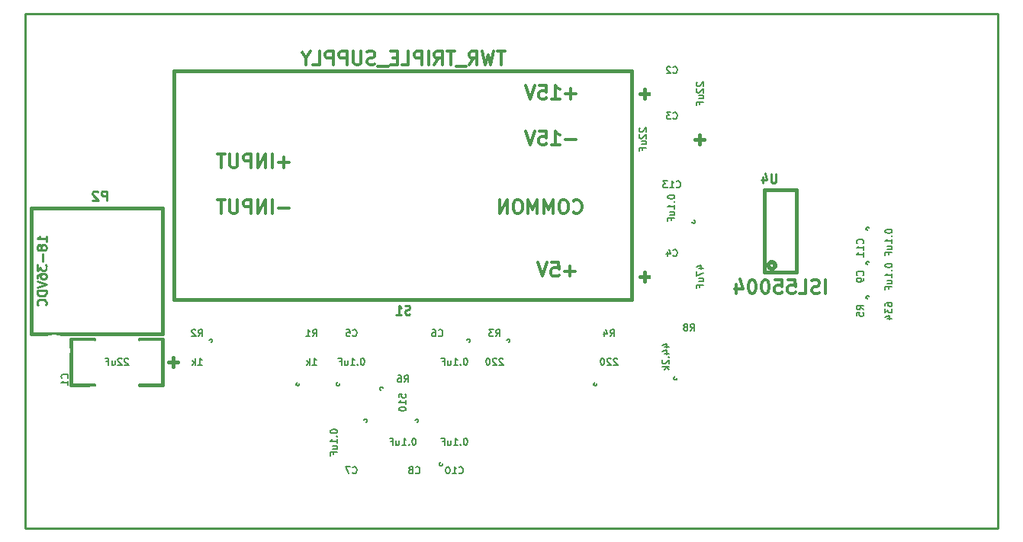
<source format=gbo>
G04 (created by PCBNEW-RS274X (2011-05-25)-stable) date Fri 04 Oct 2013 02:44:26 PM EDT*
G01*
G70*
G90*
%MOIN*%
G04 Gerber Fmt 3.4, Leading zero omitted, Abs format*
%FSLAX34Y34*%
G04 APERTURE LIST*
%ADD10C,0.006000*%
%ADD11C,0.009000*%
%ADD12C,0.005000*%
%ADD13C,0.015000*%
%ADD14C,0.010000*%
%ADD15C,0.012000*%
%ADD16C,0.127000*%
%ADD17C,0.076000*%
%ADD18R,0.076000X0.076000*%
%ADD19C,0.180000*%
%ADD20R,0.120000X0.070000*%
%ADD21C,0.080000*%
%ADD22R,0.070000X0.120000*%
%ADD23C,0.220000*%
%ADD24C,0.100000*%
%ADD25C,0.096000*%
%ADD26C,0.160000*%
%ADD27C,0.140000*%
%ADD28R,0.085000X0.085000*%
%ADD29C,0.085000*%
%ADD30C,0.093000*%
%ADD31R,0.093000X0.093000*%
%ADD32R,0.095000X0.190000*%
%ADD33C,0.155000*%
%ADD34R,0.080000X0.045000*%
G04 APERTURE END LIST*
G54D10*
G54D11*
X29500Y-30500D02*
X29500Y-53000D01*
X72000Y-30500D02*
X29500Y-30500D01*
X72000Y-53000D02*
X72000Y-30500D01*
X29500Y-53000D02*
X72000Y-53000D01*
G54D12*
X48920Y-44800D02*
X48918Y-44813D01*
X48914Y-44826D01*
X48908Y-44838D01*
X48899Y-44849D01*
X48889Y-44858D01*
X48877Y-44864D01*
X48864Y-44868D01*
X48850Y-44869D01*
X48837Y-44868D01*
X48824Y-44864D01*
X48812Y-44858D01*
X48802Y-44850D01*
X48793Y-44839D01*
X48786Y-44827D01*
X48782Y-44814D01*
X48781Y-44800D01*
X48782Y-44788D01*
X48785Y-44775D01*
X48792Y-44763D01*
X48800Y-44752D01*
X48811Y-44743D01*
X48822Y-44736D01*
X48835Y-44732D01*
X48849Y-44731D01*
X48862Y-44732D01*
X48875Y-44735D01*
X48887Y-44741D01*
X48898Y-44750D01*
X48907Y-44760D01*
X48913Y-44772D01*
X48918Y-44785D01*
X48919Y-44799D01*
X48920Y-44800D01*
X47700Y-45450D02*
X47700Y-44850D01*
X47700Y-44850D02*
X48800Y-44850D01*
X48800Y-44850D02*
X48800Y-45450D01*
X48800Y-46050D02*
X48800Y-46650D01*
X48800Y-46650D02*
X47700Y-46650D01*
X47700Y-46650D02*
X47700Y-46050D01*
X43220Y-46700D02*
X43218Y-46713D01*
X43214Y-46726D01*
X43208Y-46738D01*
X43199Y-46749D01*
X43189Y-46758D01*
X43177Y-46764D01*
X43164Y-46768D01*
X43150Y-46769D01*
X43137Y-46768D01*
X43124Y-46764D01*
X43112Y-46758D01*
X43102Y-46750D01*
X43093Y-46739D01*
X43086Y-46727D01*
X43082Y-46714D01*
X43081Y-46700D01*
X43082Y-46688D01*
X43085Y-46675D01*
X43092Y-46663D01*
X43100Y-46652D01*
X43111Y-46643D01*
X43122Y-46636D01*
X43135Y-46632D01*
X43149Y-46631D01*
X43162Y-46632D01*
X43175Y-46635D01*
X43187Y-46641D01*
X43198Y-46650D01*
X43207Y-46660D01*
X43213Y-46672D01*
X43218Y-46685D01*
X43219Y-46699D01*
X43220Y-46700D01*
X44300Y-46050D02*
X44300Y-46650D01*
X44300Y-46650D02*
X43200Y-46650D01*
X43200Y-46650D02*
X43200Y-46050D01*
X43200Y-45450D02*
X43200Y-44850D01*
X43200Y-44850D02*
X44300Y-44850D01*
X44300Y-44850D02*
X44300Y-45450D01*
X41470Y-46700D02*
X41468Y-46713D01*
X41464Y-46726D01*
X41458Y-46738D01*
X41449Y-46749D01*
X41439Y-46758D01*
X41427Y-46764D01*
X41414Y-46768D01*
X41400Y-46769D01*
X41387Y-46768D01*
X41374Y-46764D01*
X41362Y-46758D01*
X41352Y-46750D01*
X41343Y-46739D01*
X41336Y-46727D01*
X41332Y-46714D01*
X41331Y-46700D01*
X41332Y-46688D01*
X41335Y-46675D01*
X41342Y-46663D01*
X41350Y-46652D01*
X41361Y-46643D01*
X41372Y-46636D01*
X41385Y-46632D01*
X41399Y-46631D01*
X41412Y-46632D01*
X41425Y-46635D01*
X41437Y-46641D01*
X41448Y-46650D01*
X41457Y-46660D01*
X41463Y-46672D01*
X41468Y-46685D01*
X41469Y-46699D01*
X41470Y-46700D01*
X42550Y-46050D02*
X42550Y-46650D01*
X42550Y-46650D02*
X41450Y-46650D01*
X41450Y-46650D02*
X41450Y-46050D01*
X41450Y-45450D02*
X41450Y-44850D01*
X41450Y-44850D02*
X42550Y-44850D01*
X42550Y-44850D02*
X42550Y-45450D01*
X44420Y-48300D02*
X44418Y-48313D01*
X44414Y-48326D01*
X44408Y-48338D01*
X44399Y-48349D01*
X44389Y-48358D01*
X44377Y-48364D01*
X44364Y-48368D01*
X44350Y-48369D01*
X44337Y-48368D01*
X44324Y-48364D01*
X44312Y-48358D01*
X44302Y-48350D01*
X44293Y-48339D01*
X44286Y-48327D01*
X44282Y-48314D01*
X44281Y-48300D01*
X44282Y-48288D01*
X44285Y-48275D01*
X44292Y-48263D01*
X44300Y-48252D01*
X44311Y-48243D01*
X44322Y-48236D01*
X44335Y-48232D01*
X44349Y-48231D01*
X44362Y-48232D01*
X44375Y-48235D01*
X44387Y-48241D01*
X44398Y-48250D01*
X44407Y-48260D01*
X44413Y-48272D01*
X44418Y-48285D01*
X44419Y-48299D01*
X44420Y-48300D01*
X43200Y-48950D02*
X43200Y-48350D01*
X43200Y-48350D02*
X44300Y-48350D01*
X44300Y-48350D02*
X44300Y-48950D01*
X44300Y-49550D02*
X44300Y-50150D01*
X44300Y-50150D02*
X43200Y-50150D01*
X43200Y-50150D02*
X43200Y-49550D01*
X66370Y-42900D02*
X66368Y-42913D01*
X66364Y-42926D01*
X66358Y-42938D01*
X66349Y-42949D01*
X66339Y-42958D01*
X66327Y-42964D01*
X66314Y-42968D01*
X66300Y-42969D01*
X66287Y-42968D01*
X66274Y-42964D01*
X66262Y-42958D01*
X66252Y-42950D01*
X66243Y-42939D01*
X66236Y-42927D01*
X66232Y-42914D01*
X66231Y-42900D01*
X66232Y-42888D01*
X66235Y-42875D01*
X66242Y-42863D01*
X66250Y-42852D01*
X66261Y-42843D01*
X66272Y-42836D01*
X66285Y-42832D01*
X66299Y-42831D01*
X66312Y-42832D01*
X66325Y-42835D01*
X66337Y-42841D01*
X66348Y-42850D01*
X66357Y-42860D01*
X66363Y-42872D01*
X66368Y-42885D01*
X66369Y-42899D01*
X66370Y-42900D01*
X66950Y-44050D02*
X66350Y-44050D01*
X66350Y-44050D02*
X66350Y-42950D01*
X66350Y-42950D02*
X66950Y-42950D01*
X67550Y-42950D02*
X68150Y-42950D01*
X68150Y-42950D02*
X68150Y-44050D01*
X68150Y-44050D02*
X67550Y-44050D01*
X57970Y-46450D02*
X57968Y-46463D01*
X57964Y-46476D01*
X57958Y-46488D01*
X57949Y-46499D01*
X57939Y-46508D01*
X57927Y-46514D01*
X57914Y-46518D01*
X57900Y-46519D01*
X57887Y-46518D01*
X57874Y-46514D01*
X57862Y-46508D01*
X57852Y-46500D01*
X57843Y-46489D01*
X57836Y-46477D01*
X57832Y-46464D01*
X57831Y-46450D01*
X57832Y-46438D01*
X57835Y-46425D01*
X57842Y-46413D01*
X57850Y-46402D01*
X57861Y-46393D01*
X57872Y-46386D01*
X57885Y-46382D01*
X57899Y-46381D01*
X57912Y-46382D01*
X57925Y-46385D01*
X57937Y-46391D01*
X57948Y-46400D01*
X57957Y-46410D01*
X57963Y-46422D01*
X57968Y-46435D01*
X57969Y-46449D01*
X57970Y-46450D01*
X59050Y-45800D02*
X59050Y-46400D01*
X59050Y-46400D02*
X57950Y-46400D01*
X57950Y-46400D02*
X57950Y-45800D01*
X57950Y-45200D02*
X57950Y-44600D01*
X57950Y-44600D02*
X59050Y-44600D01*
X59050Y-44600D02*
X59050Y-45200D01*
X45120Y-46900D02*
X45118Y-46913D01*
X45114Y-46926D01*
X45108Y-46938D01*
X45099Y-46949D01*
X45089Y-46958D01*
X45077Y-46964D01*
X45064Y-46968D01*
X45050Y-46969D01*
X45037Y-46968D01*
X45024Y-46964D01*
X45012Y-46958D01*
X45002Y-46950D01*
X44993Y-46939D01*
X44986Y-46927D01*
X44982Y-46914D01*
X44981Y-46900D01*
X44982Y-46888D01*
X44985Y-46875D01*
X44992Y-46863D01*
X45000Y-46852D01*
X45011Y-46843D01*
X45022Y-46836D01*
X45035Y-46832D01*
X45049Y-46831D01*
X45062Y-46832D01*
X45075Y-46835D01*
X45087Y-46841D01*
X45098Y-46850D01*
X45107Y-46860D01*
X45113Y-46872D01*
X45118Y-46885D01*
X45119Y-46899D01*
X45120Y-46900D01*
X45700Y-48050D02*
X45100Y-48050D01*
X45100Y-48050D02*
X45100Y-46950D01*
X45100Y-46950D02*
X45700Y-46950D01*
X46300Y-46950D02*
X46900Y-46950D01*
X46900Y-46950D02*
X46900Y-48050D01*
X46900Y-48050D02*
X46300Y-48050D01*
X46670Y-48300D02*
X46668Y-48313D01*
X46664Y-48326D01*
X46658Y-48338D01*
X46649Y-48349D01*
X46639Y-48358D01*
X46627Y-48364D01*
X46614Y-48368D01*
X46600Y-48369D01*
X46587Y-48368D01*
X46574Y-48364D01*
X46562Y-48358D01*
X46552Y-48350D01*
X46543Y-48339D01*
X46536Y-48327D01*
X46532Y-48314D01*
X46531Y-48300D01*
X46532Y-48288D01*
X46535Y-48275D01*
X46542Y-48263D01*
X46550Y-48252D01*
X46561Y-48243D01*
X46572Y-48236D01*
X46585Y-48232D01*
X46599Y-48231D01*
X46612Y-48232D01*
X46625Y-48235D01*
X46637Y-48241D01*
X46648Y-48250D01*
X46657Y-48260D01*
X46663Y-48272D01*
X46668Y-48285D01*
X46669Y-48299D01*
X46670Y-48300D01*
X45450Y-48950D02*
X45450Y-48350D01*
X45450Y-48350D02*
X46550Y-48350D01*
X46550Y-48350D02*
X46550Y-48950D01*
X46550Y-49550D02*
X46550Y-50150D01*
X46550Y-50150D02*
X45450Y-50150D01*
X45450Y-50150D02*
X45450Y-49550D01*
X54470Y-46700D02*
X54468Y-46713D01*
X54464Y-46726D01*
X54458Y-46738D01*
X54449Y-46749D01*
X54439Y-46758D01*
X54427Y-46764D01*
X54414Y-46768D01*
X54400Y-46769D01*
X54387Y-46768D01*
X54374Y-46764D01*
X54362Y-46758D01*
X54352Y-46750D01*
X54343Y-46739D01*
X54336Y-46727D01*
X54332Y-46714D01*
X54331Y-46700D01*
X54332Y-46688D01*
X54335Y-46675D01*
X54342Y-46663D01*
X54350Y-46652D01*
X54361Y-46643D01*
X54372Y-46636D01*
X54385Y-46632D01*
X54399Y-46631D01*
X54412Y-46632D01*
X54425Y-46635D01*
X54437Y-46641D01*
X54448Y-46650D01*
X54457Y-46660D01*
X54463Y-46672D01*
X54468Y-46685D01*
X54469Y-46699D01*
X54470Y-46700D01*
X55550Y-46050D02*
X55550Y-46650D01*
X55550Y-46650D02*
X54450Y-46650D01*
X54450Y-46650D02*
X54450Y-46050D01*
X54450Y-45450D02*
X54450Y-44850D01*
X54450Y-44850D02*
X55550Y-44850D01*
X55550Y-44850D02*
X55550Y-45450D01*
X50670Y-44800D02*
X50668Y-44813D01*
X50664Y-44826D01*
X50658Y-44838D01*
X50649Y-44849D01*
X50639Y-44858D01*
X50627Y-44864D01*
X50614Y-44868D01*
X50600Y-44869D01*
X50587Y-44868D01*
X50574Y-44864D01*
X50562Y-44858D01*
X50552Y-44850D01*
X50543Y-44839D01*
X50536Y-44827D01*
X50532Y-44814D01*
X50531Y-44800D01*
X50532Y-44788D01*
X50535Y-44775D01*
X50542Y-44763D01*
X50550Y-44752D01*
X50561Y-44743D01*
X50572Y-44736D01*
X50585Y-44732D01*
X50599Y-44731D01*
X50612Y-44732D01*
X50625Y-44735D01*
X50637Y-44741D01*
X50648Y-44750D01*
X50657Y-44760D01*
X50663Y-44772D01*
X50668Y-44785D01*
X50669Y-44799D01*
X50670Y-44800D01*
X49450Y-45450D02*
X49450Y-44850D01*
X49450Y-44850D02*
X50550Y-44850D01*
X50550Y-44850D02*
X50550Y-45450D01*
X50550Y-46050D02*
X50550Y-46650D01*
X50550Y-46650D02*
X49450Y-46650D01*
X49450Y-46650D02*
X49450Y-46050D01*
X37670Y-44800D02*
X37668Y-44813D01*
X37664Y-44826D01*
X37658Y-44838D01*
X37649Y-44849D01*
X37639Y-44858D01*
X37627Y-44864D01*
X37614Y-44868D01*
X37600Y-44869D01*
X37587Y-44868D01*
X37574Y-44864D01*
X37562Y-44858D01*
X37552Y-44850D01*
X37543Y-44839D01*
X37536Y-44827D01*
X37532Y-44814D01*
X37531Y-44800D01*
X37532Y-44788D01*
X37535Y-44775D01*
X37542Y-44763D01*
X37550Y-44752D01*
X37561Y-44743D01*
X37572Y-44736D01*
X37585Y-44732D01*
X37599Y-44731D01*
X37612Y-44732D01*
X37625Y-44735D01*
X37637Y-44741D01*
X37648Y-44750D01*
X37657Y-44760D01*
X37663Y-44772D01*
X37668Y-44785D01*
X37669Y-44799D01*
X37670Y-44800D01*
X36450Y-45450D02*
X36450Y-44850D01*
X36450Y-44850D02*
X37550Y-44850D01*
X37550Y-44850D02*
X37550Y-45450D01*
X37550Y-46050D02*
X37550Y-46650D01*
X37550Y-46650D02*
X36450Y-46650D01*
X36450Y-46650D02*
X36450Y-46050D01*
X58770Y-39600D02*
X58768Y-39613D01*
X58764Y-39626D01*
X58758Y-39638D01*
X58749Y-39649D01*
X58739Y-39658D01*
X58727Y-39664D01*
X58714Y-39668D01*
X58700Y-39669D01*
X58687Y-39668D01*
X58674Y-39664D01*
X58662Y-39658D01*
X58652Y-39650D01*
X58643Y-39639D01*
X58636Y-39627D01*
X58632Y-39614D01*
X58631Y-39600D01*
X58632Y-39588D01*
X58635Y-39575D01*
X58642Y-39563D01*
X58650Y-39552D01*
X58661Y-39543D01*
X58672Y-39536D01*
X58685Y-39532D01*
X58699Y-39531D01*
X58712Y-39532D01*
X58725Y-39535D01*
X58737Y-39541D01*
X58748Y-39550D01*
X58757Y-39560D01*
X58763Y-39572D01*
X58768Y-39585D01*
X58769Y-39599D01*
X58770Y-39600D01*
X58050Y-38450D02*
X58650Y-38450D01*
X58650Y-38450D02*
X58650Y-39550D01*
X58650Y-39550D02*
X58050Y-39550D01*
X57450Y-39550D02*
X56850Y-39550D01*
X56850Y-39550D02*
X56850Y-38450D01*
X56850Y-38450D02*
X57450Y-38450D01*
X66370Y-39900D02*
X66368Y-39913D01*
X66364Y-39926D01*
X66358Y-39938D01*
X66349Y-39949D01*
X66339Y-39958D01*
X66327Y-39964D01*
X66314Y-39968D01*
X66300Y-39969D01*
X66287Y-39968D01*
X66274Y-39964D01*
X66262Y-39958D01*
X66252Y-39950D01*
X66243Y-39939D01*
X66236Y-39927D01*
X66232Y-39914D01*
X66231Y-39900D01*
X66232Y-39888D01*
X66235Y-39875D01*
X66242Y-39863D01*
X66250Y-39852D01*
X66261Y-39843D01*
X66272Y-39836D01*
X66285Y-39832D01*
X66299Y-39831D01*
X66312Y-39832D01*
X66325Y-39835D01*
X66337Y-39841D01*
X66348Y-39850D01*
X66357Y-39860D01*
X66363Y-39872D01*
X66368Y-39885D01*
X66369Y-39899D01*
X66370Y-39900D01*
X66950Y-41050D02*
X66350Y-41050D01*
X66350Y-41050D02*
X66350Y-39950D01*
X66350Y-39950D02*
X66950Y-39950D01*
X67550Y-39950D02*
X68150Y-39950D01*
X68150Y-39950D02*
X68150Y-41050D01*
X68150Y-41050D02*
X67550Y-41050D01*
X47720Y-50200D02*
X47718Y-50213D01*
X47714Y-50226D01*
X47708Y-50238D01*
X47699Y-50249D01*
X47689Y-50258D01*
X47677Y-50264D01*
X47664Y-50268D01*
X47650Y-50269D01*
X47637Y-50268D01*
X47624Y-50264D01*
X47612Y-50258D01*
X47602Y-50250D01*
X47593Y-50239D01*
X47586Y-50227D01*
X47582Y-50214D01*
X47581Y-50200D01*
X47582Y-50188D01*
X47585Y-50175D01*
X47592Y-50163D01*
X47600Y-50152D01*
X47611Y-50143D01*
X47622Y-50136D01*
X47635Y-50132D01*
X47649Y-50131D01*
X47662Y-50132D01*
X47675Y-50135D01*
X47687Y-50141D01*
X47698Y-50150D01*
X47707Y-50160D01*
X47713Y-50172D01*
X47718Y-50185D01*
X47719Y-50199D01*
X47720Y-50200D01*
X48800Y-49550D02*
X48800Y-50150D01*
X48800Y-50150D02*
X47700Y-50150D01*
X47700Y-50150D02*
X47700Y-49550D01*
X47700Y-48950D02*
X47700Y-48350D01*
X47700Y-48350D02*
X48800Y-48350D01*
X48800Y-48350D02*
X48800Y-48950D01*
X66370Y-41400D02*
X66368Y-41413D01*
X66364Y-41426D01*
X66358Y-41438D01*
X66349Y-41449D01*
X66339Y-41458D01*
X66327Y-41464D01*
X66314Y-41468D01*
X66300Y-41469D01*
X66287Y-41468D01*
X66274Y-41464D01*
X66262Y-41458D01*
X66252Y-41450D01*
X66243Y-41439D01*
X66236Y-41427D01*
X66232Y-41414D01*
X66231Y-41400D01*
X66232Y-41388D01*
X66235Y-41375D01*
X66242Y-41363D01*
X66250Y-41352D01*
X66261Y-41343D01*
X66272Y-41336D01*
X66285Y-41332D01*
X66299Y-41331D01*
X66312Y-41332D01*
X66325Y-41335D01*
X66337Y-41341D01*
X66348Y-41350D01*
X66357Y-41360D01*
X66363Y-41372D01*
X66368Y-41385D01*
X66369Y-41399D01*
X66370Y-41400D01*
X66950Y-42550D02*
X66350Y-42550D01*
X66350Y-42550D02*
X66350Y-41450D01*
X66350Y-41450D02*
X66950Y-41450D01*
X67550Y-41450D02*
X68150Y-41450D01*
X68150Y-41450D02*
X68150Y-42550D01*
X68150Y-42550D02*
X67550Y-42550D01*
G54D13*
X56550Y-33800D02*
X56550Y-34200D01*
X56750Y-34000D02*
X56350Y-34000D01*
G54D12*
X57450Y-34550D02*
X56850Y-34550D01*
X56850Y-34550D02*
X56850Y-33450D01*
X56850Y-33450D02*
X57450Y-33450D01*
X58050Y-33450D02*
X58650Y-33450D01*
X58650Y-33450D02*
X58650Y-34550D01*
X58650Y-34550D02*
X58050Y-34550D01*
G54D13*
X58950Y-36200D02*
X58950Y-35800D01*
X58750Y-36000D02*
X59150Y-36000D01*
G54D12*
X58050Y-35450D02*
X58650Y-35450D01*
X58650Y-35450D02*
X58650Y-36550D01*
X58650Y-36550D02*
X58050Y-36550D01*
X57450Y-36550D02*
X56850Y-36550D01*
X56850Y-36550D02*
X56850Y-35450D01*
X56850Y-35450D02*
X57450Y-35450D01*
G54D13*
X56550Y-41800D02*
X56550Y-42200D01*
X56750Y-42000D02*
X56350Y-42000D01*
G54D12*
X57450Y-42550D02*
X56850Y-42550D01*
X56850Y-42550D02*
X56850Y-41450D01*
X56850Y-41450D02*
X57450Y-41450D01*
X58050Y-41450D02*
X58650Y-41450D01*
X58650Y-41450D02*
X58650Y-42550D01*
X58650Y-42550D02*
X58050Y-42550D01*
G54D13*
X29750Y-39000D02*
X29750Y-44500D01*
X29750Y-44500D02*
X35500Y-44500D01*
X35500Y-44500D02*
X35500Y-39000D01*
X35500Y-39000D02*
X29750Y-39000D01*
X32500Y-46750D02*
X31500Y-46750D01*
X31500Y-46750D02*
X31500Y-44750D01*
X31500Y-44750D02*
X32500Y-44750D01*
X34500Y-44750D02*
X35500Y-44750D01*
X35500Y-44750D02*
X35500Y-46750D01*
X35500Y-46750D02*
X34500Y-46750D01*
X35950Y-45950D02*
X35950Y-45550D01*
X35750Y-45750D02*
X36150Y-45750D01*
X36000Y-43000D02*
X36000Y-33000D01*
X36000Y-33000D02*
X56000Y-33000D01*
X56000Y-33000D02*
X56000Y-43000D01*
X56000Y-43000D02*
X36000Y-43000D01*
X62250Y-41500D02*
X62247Y-41529D01*
X62238Y-41557D01*
X62224Y-41583D01*
X62206Y-41605D01*
X62183Y-41624D01*
X62158Y-41638D01*
X62130Y-41646D01*
X62101Y-41649D01*
X62072Y-41647D01*
X62044Y-41639D01*
X62018Y-41625D01*
X61996Y-41607D01*
X61977Y-41584D01*
X61963Y-41559D01*
X61954Y-41531D01*
X61951Y-41502D01*
X61953Y-41473D01*
X61961Y-41445D01*
X61974Y-41419D01*
X61993Y-41396D01*
X62015Y-41377D01*
X62040Y-41363D01*
X62068Y-41354D01*
X62097Y-41351D01*
X62126Y-41353D01*
X62154Y-41361D01*
X62180Y-41374D01*
X62203Y-41392D01*
X62222Y-41414D01*
X62237Y-41439D01*
X62246Y-41467D01*
X62249Y-41496D01*
X62250Y-41500D01*
X61800Y-41800D02*
X61800Y-38200D01*
X61800Y-38200D02*
X63200Y-38200D01*
X63200Y-38200D02*
X63200Y-41800D01*
X63200Y-41800D02*
X61800Y-41800D01*
G54D12*
X47550Y-44593D02*
X47564Y-44607D01*
X47607Y-44621D01*
X47636Y-44621D01*
X47679Y-44607D01*
X47707Y-44579D01*
X47722Y-44550D01*
X47736Y-44493D01*
X47736Y-44450D01*
X47722Y-44393D01*
X47707Y-44364D01*
X47679Y-44336D01*
X47636Y-44321D01*
X47607Y-44321D01*
X47564Y-44336D01*
X47550Y-44350D01*
X47293Y-44321D02*
X47350Y-44321D01*
X47379Y-44336D01*
X47393Y-44350D01*
X47422Y-44393D01*
X47436Y-44450D01*
X47436Y-44564D01*
X47422Y-44593D01*
X47407Y-44607D01*
X47379Y-44621D01*
X47322Y-44621D01*
X47293Y-44607D01*
X47279Y-44593D01*
X47264Y-44564D01*
X47264Y-44493D01*
X47279Y-44464D01*
X47293Y-44450D01*
X47322Y-44436D01*
X47379Y-44436D01*
X47407Y-44450D01*
X47422Y-44464D01*
X47436Y-44493D01*
X48742Y-45571D02*
X48714Y-45571D01*
X48685Y-45586D01*
X48671Y-45600D01*
X48657Y-45629D01*
X48642Y-45686D01*
X48642Y-45757D01*
X48657Y-45814D01*
X48671Y-45843D01*
X48685Y-45857D01*
X48714Y-45871D01*
X48742Y-45871D01*
X48771Y-45857D01*
X48785Y-45843D01*
X48800Y-45814D01*
X48814Y-45757D01*
X48814Y-45686D01*
X48800Y-45629D01*
X48785Y-45600D01*
X48771Y-45586D01*
X48742Y-45571D01*
X48514Y-45843D02*
X48499Y-45857D01*
X48514Y-45871D01*
X48528Y-45857D01*
X48514Y-45843D01*
X48514Y-45871D01*
X48213Y-45871D02*
X48385Y-45871D01*
X48299Y-45871D02*
X48299Y-45571D01*
X48328Y-45614D01*
X48356Y-45643D01*
X48385Y-45657D01*
X47956Y-45671D02*
X47956Y-45871D01*
X48085Y-45671D02*
X48085Y-45829D01*
X48070Y-45857D01*
X48042Y-45871D01*
X47999Y-45871D01*
X47970Y-45857D01*
X47956Y-45843D01*
X47714Y-45714D02*
X47814Y-45714D01*
X47814Y-45871D02*
X47814Y-45571D01*
X47671Y-45571D01*
X43800Y-44593D02*
X43814Y-44607D01*
X43857Y-44621D01*
X43886Y-44621D01*
X43929Y-44607D01*
X43957Y-44579D01*
X43972Y-44550D01*
X43986Y-44493D01*
X43986Y-44450D01*
X43972Y-44393D01*
X43957Y-44364D01*
X43929Y-44336D01*
X43886Y-44321D01*
X43857Y-44321D01*
X43814Y-44336D01*
X43800Y-44350D01*
X43529Y-44321D02*
X43672Y-44321D01*
X43686Y-44464D01*
X43672Y-44450D01*
X43643Y-44436D01*
X43572Y-44436D01*
X43543Y-44450D01*
X43529Y-44464D01*
X43514Y-44493D01*
X43514Y-44564D01*
X43529Y-44593D01*
X43543Y-44607D01*
X43572Y-44621D01*
X43643Y-44621D01*
X43672Y-44607D01*
X43686Y-44593D01*
X44242Y-45571D02*
X44214Y-45571D01*
X44185Y-45586D01*
X44171Y-45600D01*
X44157Y-45629D01*
X44142Y-45686D01*
X44142Y-45757D01*
X44157Y-45814D01*
X44171Y-45843D01*
X44185Y-45857D01*
X44214Y-45871D01*
X44242Y-45871D01*
X44271Y-45857D01*
X44285Y-45843D01*
X44300Y-45814D01*
X44314Y-45757D01*
X44314Y-45686D01*
X44300Y-45629D01*
X44285Y-45600D01*
X44271Y-45586D01*
X44242Y-45571D01*
X44014Y-45843D02*
X43999Y-45857D01*
X44014Y-45871D01*
X44028Y-45857D01*
X44014Y-45843D01*
X44014Y-45871D01*
X43713Y-45871D02*
X43885Y-45871D01*
X43799Y-45871D02*
X43799Y-45571D01*
X43828Y-45614D01*
X43856Y-45643D01*
X43885Y-45657D01*
X43456Y-45671D02*
X43456Y-45871D01*
X43585Y-45671D02*
X43585Y-45829D01*
X43570Y-45857D01*
X43542Y-45871D01*
X43499Y-45871D01*
X43470Y-45857D01*
X43456Y-45843D01*
X43214Y-45714D02*
X43314Y-45714D01*
X43314Y-45871D02*
X43314Y-45571D01*
X43171Y-45571D01*
X42050Y-44621D02*
X42150Y-44479D01*
X42222Y-44621D02*
X42222Y-44321D01*
X42107Y-44321D01*
X42079Y-44336D01*
X42064Y-44350D01*
X42050Y-44379D01*
X42050Y-44421D01*
X42064Y-44450D01*
X42079Y-44464D01*
X42107Y-44479D01*
X42222Y-44479D01*
X41764Y-44621D02*
X41936Y-44621D01*
X41850Y-44621D02*
X41850Y-44321D01*
X41879Y-44364D01*
X41907Y-44393D01*
X41936Y-44407D01*
X42035Y-45871D02*
X42207Y-45871D01*
X42121Y-45871D02*
X42121Y-45571D01*
X42150Y-45614D01*
X42178Y-45643D01*
X42207Y-45657D01*
X41907Y-45871D02*
X41907Y-45571D01*
X41878Y-45757D02*
X41792Y-45871D01*
X41792Y-45671D02*
X41907Y-45786D01*
X43800Y-50593D02*
X43814Y-50607D01*
X43857Y-50621D01*
X43886Y-50621D01*
X43929Y-50607D01*
X43957Y-50579D01*
X43972Y-50550D01*
X43986Y-50493D01*
X43986Y-50450D01*
X43972Y-50393D01*
X43957Y-50364D01*
X43929Y-50336D01*
X43886Y-50321D01*
X43857Y-50321D01*
X43814Y-50336D01*
X43800Y-50350D01*
X43700Y-50321D02*
X43500Y-50321D01*
X43629Y-50621D01*
X42821Y-48758D02*
X42821Y-48786D01*
X42836Y-48815D01*
X42850Y-48829D01*
X42879Y-48843D01*
X42936Y-48858D01*
X43007Y-48858D01*
X43064Y-48843D01*
X43093Y-48829D01*
X43107Y-48815D01*
X43121Y-48786D01*
X43121Y-48758D01*
X43107Y-48729D01*
X43093Y-48715D01*
X43064Y-48700D01*
X43007Y-48686D01*
X42936Y-48686D01*
X42879Y-48700D01*
X42850Y-48715D01*
X42836Y-48729D01*
X42821Y-48758D01*
X43093Y-48986D02*
X43107Y-49001D01*
X43121Y-48986D01*
X43107Y-48972D01*
X43093Y-48986D01*
X43121Y-48986D01*
X43121Y-49287D02*
X43121Y-49115D01*
X43121Y-49201D02*
X42821Y-49201D01*
X42864Y-49172D01*
X42893Y-49144D01*
X42907Y-49115D01*
X42921Y-49544D02*
X43121Y-49544D01*
X42921Y-49415D02*
X43079Y-49415D01*
X43107Y-49430D01*
X43121Y-49458D01*
X43121Y-49501D01*
X43107Y-49530D01*
X43093Y-49544D01*
X42964Y-49786D02*
X42964Y-49686D01*
X43121Y-49686D02*
X42821Y-49686D01*
X42821Y-49829D01*
X66121Y-43450D02*
X65979Y-43350D01*
X66121Y-43278D02*
X65821Y-43278D01*
X65821Y-43393D01*
X65836Y-43421D01*
X65850Y-43436D01*
X65879Y-43450D01*
X65921Y-43450D01*
X65950Y-43436D01*
X65964Y-43421D01*
X65979Y-43393D01*
X65979Y-43278D01*
X65821Y-43721D02*
X65821Y-43578D01*
X65964Y-43564D01*
X65950Y-43578D01*
X65936Y-43607D01*
X65936Y-43678D01*
X65950Y-43707D01*
X65964Y-43721D01*
X65993Y-43736D01*
X66064Y-43736D01*
X66093Y-43721D01*
X66107Y-43707D01*
X66121Y-43678D01*
X66121Y-43607D01*
X66107Y-43578D01*
X66093Y-43564D01*
X67071Y-43271D02*
X67071Y-43214D01*
X67086Y-43185D01*
X67100Y-43171D01*
X67143Y-43142D01*
X67200Y-43128D01*
X67314Y-43128D01*
X67343Y-43142D01*
X67357Y-43157D01*
X67371Y-43185D01*
X67371Y-43242D01*
X67357Y-43271D01*
X67343Y-43285D01*
X67314Y-43300D01*
X67243Y-43300D01*
X67214Y-43285D01*
X67200Y-43271D01*
X67186Y-43242D01*
X67186Y-43185D01*
X67200Y-43157D01*
X67214Y-43142D01*
X67243Y-43128D01*
X67071Y-43400D02*
X67071Y-43586D01*
X67186Y-43486D01*
X67186Y-43528D01*
X67200Y-43557D01*
X67214Y-43571D01*
X67243Y-43586D01*
X67314Y-43586D01*
X67343Y-43571D01*
X67357Y-43557D01*
X67371Y-43528D01*
X67371Y-43443D01*
X67357Y-43414D01*
X67343Y-43400D01*
X67171Y-43843D02*
X67371Y-43843D01*
X67057Y-43772D02*
X67271Y-43700D01*
X67271Y-43886D01*
X58550Y-44371D02*
X58650Y-44229D01*
X58722Y-44371D02*
X58722Y-44071D01*
X58607Y-44071D01*
X58579Y-44086D01*
X58564Y-44100D01*
X58550Y-44129D01*
X58550Y-44171D01*
X58564Y-44200D01*
X58579Y-44214D01*
X58607Y-44229D01*
X58722Y-44229D01*
X58379Y-44200D02*
X58407Y-44186D01*
X58422Y-44171D01*
X58436Y-44143D01*
X58436Y-44129D01*
X58422Y-44100D01*
X58407Y-44086D01*
X58379Y-44071D01*
X58322Y-44071D01*
X58293Y-44086D01*
X58279Y-44100D01*
X58264Y-44129D01*
X58264Y-44143D01*
X58279Y-44171D01*
X58293Y-44186D01*
X58322Y-44200D01*
X58379Y-44200D01*
X58407Y-44214D01*
X58422Y-44229D01*
X58436Y-44257D01*
X58436Y-44314D01*
X58422Y-44343D01*
X58407Y-44357D01*
X58379Y-44371D01*
X58322Y-44371D01*
X58293Y-44357D01*
X58279Y-44343D01*
X58264Y-44314D01*
X58264Y-44257D01*
X58279Y-44229D01*
X58293Y-44214D01*
X58322Y-44200D01*
X57421Y-45078D02*
X57621Y-45078D01*
X57307Y-45007D02*
X57521Y-44935D01*
X57521Y-45121D01*
X57421Y-45364D02*
X57621Y-45364D01*
X57307Y-45293D02*
X57521Y-45221D01*
X57521Y-45407D01*
X57593Y-45521D02*
X57607Y-45536D01*
X57621Y-45521D01*
X57607Y-45507D01*
X57593Y-45521D01*
X57621Y-45521D01*
X57350Y-45650D02*
X57336Y-45664D01*
X57321Y-45693D01*
X57321Y-45764D01*
X57336Y-45793D01*
X57350Y-45807D01*
X57379Y-45822D01*
X57407Y-45822D01*
X57450Y-45807D01*
X57621Y-45636D01*
X57621Y-45822D01*
X57621Y-45950D02*
X57321Y-45950D01*
X57507Y-45979D02*
X57621Y-46065D01*
X57421Y-46065D02*
X57536Y-45950D01*
X46050Y-46621D02*
X46150Y-46479D01*
X46222Y-46621D02*
X46222Y-46321D01*
X46107Y-46321D01*
X46079Y-46336D01*
X46064Y-46350D01*
X46050Y-46379D01*
X46050Y-46421D01*
X46064Y-46450D01*
X46079Y-46464D01*
X46107Y-46479D01*
X46222Y-46479D01*
X45793Y-46321D02*
X45850Y-46321D01*
X45879Y-46336D01*
X45893Y-46350D01*
X45922Y-46393D01*
X45936Y-46450D01*
X45936Y-46564D01*
X45922Y-46593D01*
X45907Y-46607D01*
X45879Y-46621D01*
X45822Y-46621D01*
X45793Y-46607D01*
X45779Y-46593D01*
X45764Y-46564D01*
X45764Y-46493D01*
X45779Y-46464D01*
X45793Y-46450D01*
X45822Y-46436D01*
X45879Y-46436D01*
X45907Y-46450D01*
X45922Y-46464D01*
X45936Y-46493D01*
X45821Y-47285D02*
X45821Y-47142D01*
X45964Y-47128D01*
X45950Y-47142D01*
X45936Y-47171D01*
X45936Y-47242D01*
X45950Y-47271D01*
X45964Y-47285D01*
X45993Y-47300D01*
X46064Y-47300D01*
X46093Y-47285D01*
X46107Y-47271D01*
X46121Y-47242D01*
X46121Y-47171D01*
X46107Y-47142D01*
X46093Y-47128D01*
X46121Y-47586D02*
X46121Y-47414D01*
X46121Y-47500D02*
X45821Y-47500D01*
X45864Y-47471D01*
X45893Y-47443D01*
X45907Y-47414D01*
X45821Y-47772D02*
X45821Y-47800D01*
X45836Y-47829D01*
X45850Y-47843D01*
X45879Y-47857D01*
X45936Y-47872D01*
X46007Y-47872D01*
X46064Y-47857D01*
X46093Y-47843D01*
X46107Y-47829D01*
X46121Y-47800D01*
X46121Y-47772D01*
X46107Y-47743D01*
X46093Y-47729D01*
X46064Y-47714D01*
X46007Y-47700D01*
X45936Y-47700D01*
X45879Y-47714D01*
X45850Y-47729D01*
X45836Y-47743D01*
X45821Y-47772D01*
X46550Y-50593D02*
X46564Y-50607D01*
X46607Y-50621D01*
X46636Y-50621D01*
X46679Y-50607D01*
X46707Y-50579D01*
X46722Y-50550D01*
X46736Y-50493D01*
X46736Y-50450D01*
X46722Y-50393D01*
X46707Y-50364D01*
X46679Y-50336D01*
X46636Y-50321D01*
X46607Y-50321D01*
X46564Y-50336D01*
X46550Y-50350D01*
X46379Y-50450D02*
X46407Y-50436D01*
X46422Y-50421D01*
X46436Y-50393D01*
X46436Y-50379D01*
X46422Y-50350D01*
X46407Y-50336D01*
X46379Y-50321D01*
X46322Y-50321D01*
X46293Y-50336D01*
X46279Y-50350D01*
X46264Y-50379D01*
X46264Y-50393D01*
X46279Y-50421D01*
X46293Y-50436D01*
X46322Y-50450D01*
X46379Y-50450D01*
X46407Y-50464D01*
X46422Y-50479D01*
X46436Y-50507D01*
X46436Y-50564D01*
X46422Y-50593D01*
X46407Y-50607D01*
X46379Y-50621D01*
X46322Y-50621D01*
X46293Y-50607D01*
X46279Y-50593D01*
X46264Y-50564D01*
X46264Y-50507D01*
X46279Y-50479D01*
X46293Y-50464D01*
X46322Y-50450D01*
X46492Y-49071D02*
X46464Y-49071D01*
X46435Y-49086D01*
X46421Y-49100D01*
X46407Y-49129D01*
X46392Y-49186D01*
X46392Y-49257D01*
X46407Y-49314D01*
X46421Y-49343D01*
X46435Y-49357D01*
X46464Y-49371D01*
X46492Y-49371D01*
X46521Y-49357D01*
X46535Y-49343D01*
X46550Y-49314D01*
X46564Y-49257D01*
X46564Y-49186D01*
X46550Y-49129D01*
X46535Y-49100D01*
X46521Y-49086D01*
X46492Y-49071D01*
X46264Y-49343D02*
X46249Y-49357D01*
X46264Y-49371D01*
X46278Y-49357D01*
X46264Y-49343D01*
X46264Y-49371D01*
X45963Y-49371D02*
X46135Y-49371D01*
X46049Y-49371D02*
X46049Y-49071D01*
X46078Y-49114D01*
X46106Y-49143D01*
X46135Y-49157D01*
X45706Y-49171D02*
X45706Y-49371D01*
X45835Y-49171D02*
X45835Y-49329D01*
X45820Y-49357D01*
X45792Y-49371D01*
X45749Y-49371D01*
X45720Y-49357D01*
X45706Y-49343D01*
X45464Y-49214D02*
X45564Y-49214D01*
X45564Y-49371D02*
X45564Y-49071D01*
X45421Y-49071D01*
X55050Y-44621D02*
X55150Y-44479D01*
X55222Y-44621D02*
X55222Y-44321D01*
X55107Y-44321D01*
X55079Y-44336D01*
X55064Y-44350D01*
X55050Y-44379D01*
X55050Y-44421D01*
X55064Y-44450D01*
X55079Y-44464D01*
X55107Y-44479D01*
X55222Y-44479D01*
X54793Y-44421D02*
X54793Y-44621D01*
X54864Y-44307D02*
X54936Y-44521D01*
X54750Y-44521D01*
X55372Y-45600D02*
X55358Y-45586D01*
X55329Y-45571D01*
X55258Y-45571D01*
X55229Y-45586D01*
X55215Y-45600D01*
X55200Y-45629D01*
X55200Y-45657D01*
X55215Y-45700D01*
X55386Y-45871D01*
X55200Y-45871D01*
X55086Y-45600D02*
X55072Y-45586D01*
X55043Y-45571D01*
X54972Y-45571D01*
X54943Y-45586D01*
X54929Y-45600D01*
X54914Y-45629D01*
X54914Y-45657D01*
X54929Y-45700D01*
X55100Y-45871D01*
X54914Y-45871D01*
X54728Y-45571D02*
X54700Y-45571D01*
X54671Y-45586D01*
X54657Y-45600D01*
X54643Y-45629D01*
X54628Y-45686D01*
X54628Y-45757D01*
X54643Y-45814D01*
X54657Y-45843D01*
X54671Y-45857D01*
X54700Y-45871D01*
X54728Y-45871D01*
X54757Y-45857D01*
X54771Y-45843D01*
X54786Y-45814D01*
X54800Y-45757D01*
X54800Y-45686D01*
X54786Y-45629D01*
X54771Y-45600D01*
X54757Y-45586D01*
X54728Y-45571D01*
X50050Y-44621D02*
X50150Y-44479D01*
X50222Y-44621D02*
X50222Y-44321D01*
X50107Y-44321D01*
X50079Y-44336D01*
X50064Y-44350D01*
X50050Y-44379D01*
X50050Y-44421D01*
X50064Y-44450D01*
X50079Y-44464D01*
X50107Y-44479D01*
X50222Y-44479D01*
X49950Y-44321D02*
X49764Y-44321D01*
X49864Y-44436D01*
X49822Y-44436D01*
X49793Y-44450D01*
X49779Y-44464D01*
X49764Y-44493D01*
X49764Y-44564D01*
X49779Y-44593D01*
X49793Y-44607D01*
X49822Y-44621D01*
X49907Y-44621D01*
X49936Y-44607D01*
X49950Y-44593D01*
X50372Y-45600D02*
X50358Y-45586D01*
X50329Y-45571D01*
X50258Y-45571D01*
X50229Y-45586D01*
X50215Y-45600D01*
X50200Y-45629D01*
X50200Y-45657D01*
X50215Y-45700D01*
X50386Y-45871D01*
X50200Y-45871D01*
X50086Y-45600D02*
X50072Y-45586D01*
X50043Y-45571D01*
X49972Y-45571D01*
X49943Y-45586D01*
X49929Y-45600D01*
X49914Y-45629D01*
X49914Y-45657D01*
X49929Y-45700D01*
X50100Y-45871D01*
X49914Y-45871D01*
X49728Y-45571D02*
X49700Y-45571D01*
X49671Y-45586D01*
X49657Y-45600D01*
X49643Y-45629D01*
X49628Y-45686D01*
X49628Y-45757D01*
X49643Y-45814D01*
X49657Y-45843D01*
X49671Y-45857D01*
X49700Y-45871D01*
X49728Y-45871D01*
X49757Y-45857D01*
X49771Y-45843D01*
X49786Y-45814D01*
X49800Y-45757D01*
X49800Y-45686D01*
X49786Y-45629D01*
X49771Y-45600D01*
X49757Y-45586D01*
X49728Y-45571D01*
X37050Y-44621D02*
X37150Y-44479D01*
X37222Y-44621D02*
X37222Y-44321D01*
X37107Y-44321D01*
X37079Y-44336D01*
X37064Y-44350D01*
X37050Y-44379D01*
X37050Y-44421D01*
X37064Y-44450D01*
X37079Y-44464D01*
X37107Y-44479D01*
X37222Y-44479D01*
X36936Y-44350D02*
X36922Y-44336D01*
X36893Y-44321D01*
X36822Y-44321D01*
X36793Y-44336D01*
X36779Y-44350D01*
X36764Y-44379D01*
X36764Y-44407D01*
X36779Y-44450D01*
X36950Y-44621D01*
X36764Y-44621D01*
X37035Y-45871D02*
X37207Y-45871D01*
X37121Y-45871D02*
X37121Y-45571D01*
X37150Y-45614D01*
X37178Y-45643D01*
X37207Y-45657D01*
X36907Y-45871D02*
X36907Y-45571D01*
X36878Y-45757D02*
X36792Y-45871D01*
X36792Y-45671D02*
X36907Y-45786D01*
X57943Y-38093D02*
X57957Y-38107D01*
X58000Y-38121D01*
X58029Y-38121D01*
X58072Y-38107D01*
X58100Y-38079D01*
X58115Y-38050D01*
X58129Y-37993D01*
X58129Y-37950D01*
X58115Y-37893D01*
X58100Y-37864D01*
X58072Y-37836D01*
X58029Y-37821D01*
X58000Y-37821D01*
X57957Y-37836D01*
X57943Y-37850D01*
X57657Y-38121D02*
X57829Y-38121D01*
X57743Y-38121D02*
X57743Y-37821D01*
X57772Y-37864D01*
X57800Y-37893D01*
X57829Y-37907D01*
X57557Y-37821D02*
X57371Y-37821D01*
X57471Y-37936D01*
X57429Y-37936D01*
X57400Y-37950D01*
X57386Y-37964D01*
X57371Y-37993D01*
X57371Y-38064D01*
X57386Y-38093D01*
X57400Y-38107D01*
X57429Y-38121D01*
X57514Y-38121D01*
X57543Y-38107D01*
X57557Y-38093D01*
X57571Y-38508D02*
X57571Y-38536D01*
X57586Y-38565D01*
X57600Y-38579D01*
X57629Y-38593D01*
X57686Y-38608D01*
X57757Y-38608D01*
X57814Y-38593D01*
X57843Y-38579D01*
X57857Y-38565D01*
X57871Y-38536D01*
X57871Y-38508D01*
X57857Y-38479D01*
X57843Y-38465D01*
X57814Y-38450D01*
X57757Y-38436D01*
X57686Y-38436D01*
X57629Y-38450D01*
X57600Y-38465D01*
X57586Y-38479D01*
X57571Y-38508D01*
X57843Y-38736D02*
X57857Y-38751D01*
X57871Y-38736D01*
X57857Y-38722D01*
X57843Y-38736D01*
X57871Y-38736D01*
X57871Y-39037D02*
X57871Y-38865D01*
X57871Y-38951D02*
X57571Y-38951D01*
X57614Y-38922D01*
X57643Y-38894D01*
X57657Y-38865D01*
X57671Y-39294D02*
X57871Y-39294D01*
X57671Y-39165D02*
X57829Y-39165D01*
X57857Y-39180D01*
X57871Y-39208D01*
X57871Y-39251D01*
X57857Y-39280D01*
X57843Y-39294D01*
X57714Y-39536D02*
X57714Y-39436D01*
X57871Y-39436D02*
X57571Y-39436D01*
X57571Y-39579D01*
X66093Y-40557D02*
X66107Y-40543D01*
X66121Y-40500D01*
X66121Y-40471D01*
X66107Y-40428D01*
X66079Y-40400D01*
X66050Y-40385D01*
X65993Y-40371D01*
X65950Y-40371D01*
X65893Y-40385D01*
X65864Y-40400D01*
X65836Y-40428D01*
X65821Y-40471D01*
X65821Y-40500D01*
X65836Y-40543D01*
X65850Y-40557D01*
X66121Y-40843D02*
X66121Y-40671D01*
X66121Y-40757D02*
X65821Y-40757D01*
X65864Y-40728D01*
X65893Y-40700D01*
X65907Y-40671D01*
X66121Y-41129D02*
X66121Y-40957D01*
X66121Y-41043D02*
X65821Y-41043D01*
X65864Y-41014D01*
X65893Y-40986D01*
X65907Y-40957D01*
X67071Y-40008D02*
X67071Y-40036D01*
X67086Y-40065D01*
X67100Y-40079D01*
X67129Y-40093D01*
X67186Y-40108D01*
X67257Y-40108D01*
X67314Y-40093D01*
X67343Y-40079D01*
X67357Y-40065D01*
X67371Y-40036D01*
X67371Y-40008D01*
X67357Y-39979D01*
X67343Y-39965D01*
X67314Y-39950D01*
X67257Y-39936D01*
X67186Y-39936D01*
X67129Y-39950D01*
X67100Y-39965D01*
X67086Y-39979D01*
X67071Y-40008D01*
X67343Y-40236D02*
X67357Y-40251D01*
X67371Y-40236D01*
X67357Y-40222D01*
X67343Y-40236D01*
X67371Y-40236D01*
X67371Y-40537D02*
X67371Y-40365D01*
X67371Y-40451D02*
X67071Y-40451D01*
X67114Y-40422D01*
X67143Y-40394D01*
X67157Y-40365D01*
X67171Y-40794D02*
X67371Y-40794D01*
X67171Y-40665D02*
X67329Y-40665D01*
X67357Y-40680D01*
X67371Y-40708D01*
X67371Y-40751D01*
X67357Y-40780D01*
X67343Y-40794D01*
X67214Y-41036D02*
X67214Y-40936D01*
X67371Y-40936D02*
X67071Y-40936D01*
X67071Y-41079D01*
X48443Y-50593D02*
X48457Y-50607D01*
X48500Y-50621D01*
X48529Y-50621D01*
X48572Y-50607D01*
X48600Y-50579D01*
X48615Y-50550D01*
X48629Y-50493D01*
X48629Y-50450D01*
X48615Y-50393D01*
X48600Y-50364D01*
X48572Y-50336D01*
X48529Y-50321D01*
X48500Y-50321D01*
X48457Y-50336D01*
X48443Y-50350D01*
X48157Y-50621D02*
X48329Y-50621D01*
X48243Y-50621D02*
X48243Y-50321D01*
X48272Y-50364D01*
X48300Y-50393D01*
X48329Y-50407D01*
X47971Y-50321D02*
X47943Y-50321D01*
X47914Y-50336D01*
X47900Y-50350D01*
X47886Y-50379D01*
X47871Y-50436D01*
X47871Y-50507D01*
X47886Y-50564D01*
X47900Y-50593D01*
X47914Y-50607D01*
X47943Y-50621D01*
X47971Y-50621D01*
X48000Y-50607D01*
X48014Y-50593D01*
X48029Y-50564D01*
X48043Y-50507D01*
X48043Y-50436D01*
X48029Y-50379D01*
X48014Y-50350D01*
X48000Y-50336D01*
X47971Y-50321D01*
X48742Y-49071D02*
X48714Y-49071D01*
X48685Y-49086D01*
X48671Y-49100D01*
X48657Y-49129D01*
X48642Y-49186D01*
X48642Y-49257D01*
X48657Y-49314D01*
X48671Y-49343D01*
X48685Y-49357D01*
X48714Y-49371D01*
X48742Y-49371D01*
X48771Y-49357D01*
X48785Y-49343D01*
X48800Y-49314D01*
X48814Y-49257D01*
X48814Y-49186D01*
X48800Y-49129D01*
X48785Y-49100D01*
X48771Y-49086D01*
X48742Y-49071D01*
X48514Y-49343D02*
X48499Y-49357D01*
X48514Y-49371D01*
X48528Y-49357D01*
X48514Y-49343D01*
X48514Y-49371D01*
X48213Y-49371D02*
X48385Y-49371D01*
X48299Y-49371D02*
X48299Y-49071D01*
X48328Y-49114D01*
X48356Y-49143D01*
X48385Y-49157D01*
X47956Y-49171D02*
X47956Y-49371D01*
X48085Y-49171D02*
X48085Y-49329D01*
X48070Y-49357D01*
X48042Y-49371D01*
X47999Y-49371D01*
X47970Y-49357D01*
X47956Y-49343D01*
X47714Y-49214D02*
X47814Y-49214D01*
X47814Y-49371D02*
X47814Y-49071D01*
X47671Y-49071D01*
X66093Y-41950D02*
X66107Y-41936D01*
X66121Y-41893D01*
X66121Y-41864D01*
X66107Y-41821D01*
X66079Y-41793D01*
X66050Y-41778D01*
X65993Y-41764D01*
X65950Y-41764D01*
X65893Y-41778D01*
X65864Y-41793D01*
X65836Y-41821D01*
X65821Y-41864D01*
X65821Y-41893D01*
X65836Y-41936D01*
X65850Y-41950D01*
X66121Y-42093D02*
X66121Y-42150D01*
X66107Y-42178D01*
X66093Y-42193D01*
X66050Y-42221D01*
X65993Y-42236D01*
X65879Y-42236D01*
X65850Y-42221D01*
X65836Y-42207D01*
X65821Y-42178D01*
X65821Y-42121D01*
X65836Y-42093D01*
X65850Y-42078D01*
X65879Y-42064D01*
X65950Y-42064D01*
X65979Y-42078D01*
X65993Y-42093D01*
X66007Y-42121D01*
X66007Y-42178D01*
X65993Y-42207D01*
X65979Y-42221D01*
X65950Y-42236D01*
X67071Y-41508D02*
X67071Y-41536D01*
X67086Y-41565D01*
X67100Y-41579D01*
X67129Y-41593D01*
X67186Y-41608D01*
X67257Y-41608D01*
X67314Y-41593D01*
X67343Y-41579D01*
X67357Y-41565D01*
X67371Y-41536D01*
X67371Y-41508D01*
X67357Y-41479D01*
X67343Y-41465D01*
X67314Y-41450D01*
X67257Y-41436D01*
X67186Y-41436D01*
X67129Y-41450D01*
X67100Y-41465D01*
X67086Y-41479D01*
X67071Y-41508D01*
X67343Y-41736D02*
X67357Y-41751D01*
X67371Y-41736D01*
X67357Y-41722D01*
X67343Y-41736D01*
X67371Y-41736D01*
X67371Y-42037D02*
X67371Y-41865D01*
X67371Y-41951D02*
X67071Y-41951D01*
X67114Y-41922D01*
X67143Y-41894D01*
X67157Y-41865D01*
X67171Y-42294D02*
X67371Y-42294D01*
X67171Y-42165D02*
X67329Y-42165D01*
X67357Y-42180D01*
X67371Y-42208D01*
X67371Y-42251D01*
X67357Y-42280D01*
X67343Y-42294D01*
X67214Y-42536D02*
X67214Y-42436D01*
X67371Y-42436D02*
X67071Y-42436D01*
X67071Y-42579D01*
X57800Y-33093D02*
X57814Y-33107D01*
X57857Y-33121D01*
X57886Y-33121D01*
X57929Y-33107D01*
X57957Y-33079D01*
X57972Y-33050D01*
X57986Y-32993D01*
X57986Y-32950D01*
X57972Y-32893D01*
X57957Y-32864D01*
X57929Y-32836D01*
X57886Y-32821D01*
X57857Y-32821D01*
X57814Y-32836D01*
X57800Y-32850D01*
X57686Y-32850D02*
X57672Y-32836D01*
X57643Y-32821D01*
X57572Y-32821D01*
X57543Y-32836D01*
X57529Y-32850D01*
X57514Y-32879D01*
X57514Y-32907D01*
X57529Y-32950D01*
X57700Y-33121D01*
X57514Y-33121D01*
X58850Y-33507D02*
X58836Y-33521D01*
X58821Y-33550D01*
X58821Y-33621D01*
X58836Y-33650D01*
X58850Y-33664D01*
X58879Y-33679D01*
X58907Y-33679D01*
X58950Y-33664D01*
X59121Y-33493D01*
X59121Y-33679D01*
X58850Y-33793D02*
X58836Y-33807D01*
X58821Y-33836D01*
X58821Y-33907D01*
X58836Y-33936D01*
X58850Y-33950D01*
X58879Y-33965D01*
X58907Y-33965D01*
X58950Y-33950D01*
X59121Y-33779D01*
X59121Y-33965D01*
X58921Y-34222D02*
X59121Y-34222D01*
X58921Y-34093D02*
X59079Y-34093D01*
X59107Y-34108D01*
X59121Y-34136D01*
X59121Y-34179D01*
X59107Y-34208D01*
X59093Y-34222D01*
X58964Y-34464D02*
X58964Y-34364D01*
X59121Y-34364D02*
X58821Y-34364D01*
X58821Y-34507D01*
X57800Y-35093D02*
X57814Y-35107D01*
X57857Y-35121D01*
X57886Y-35121D01*
X57929Y-35107D01*
X57957Y-35079D01*
X57972Y-35050D01*
X57986Y-34993D01*
X57986Y-34950D01*
X57972Y-34893D01*
X57957Y-34864D01*
X57929Y-34836D01*
X57886Y-34821D01*
X57857Y-34821D01*
X57814Y-34836D01*
X57800Y-34850D01*
X57700Y-34821D02*
X57514Y-34821D01*
X57614Y-34936D01*
X57572Y-34936D01*
X57543Y-34950D01*
X57529Y-34964D01*
X57514Y-34993D01*
X57514Y-35064D01*
X57529Y-35093D01*
X57543Y-35107D01*
X57572Y-35121D01*
X57657Y-35121D01*
X57686Y-35107D01*
X57700Y-35093D01*
X56350Y-35507D02*
X56336Y-35521D01*
X56321Y-35550D01*
X56321Y-35621D01*
X56336Y-35650D01*
X56350Y-35664D01*
X56379Y-35679D01*
X56407Y-35679D01*
X56450Y-35664D01*
X56621Y-35493D01*
X56621Y-35679D01*
X56350Y-35793D02*
X56336Y-35807D01*
X56321Y-35836D01*
X56321Y-35907D01*
X56336Y-35936D01*
X56350Y-35950D01*
X56379Y-35965D01*
X56407Y-35965D01*
X56450Y-35950D01*
X56621Y-35779D01*
X56621Y-35965D01*
X56421Y-36222D02*
X56621Y-36222D01*
X56421Y-36093D02*
X56579Y-36093D01*
X56607Y-36108D01*
X56621Y-36136D01*
X56621Y-36179D01*
X56607Y-36208D01*
X56593Y-36222D01*
X56464Y-36464D02*
X56464Y-36364D01*
X56621Y-36364D02*
X56321Y-36364D01*
X56321Y-36507D01*
X57800Y-41093D02*
X57814Y-41107D01*
X57857Y-41121D01*
X57886Y-41121D01*
X57929Y-41107D01*
X57957Y-41079D01*
X57972Y-41050D01*
X57986Y-40993D01*
X57986Y-40950D01*
X57972Y-40893D01*
X57957Y-40864D01*
X57929Y-40836D01*
X57886Y-40821D01*
X57857Y-40821D01*
X57814Y-40836D01*
X57800Y-40850D01*
X57543Y-40921D02*
X57543Y-41121D01*
X57614Y-40807D02*
X57686Y-41021D01*
X57500Y-41021D01*
X58921Y-41650D02*
X59121Y-41650D01*
X58807Y-41579D02*
X59021Y-41507D01*
X59021Y-41693D01*
X58821Y-41779D02*
X58821Y-41979D01*
X59121Y-41850D01*
X58921Y-42222D02*
X59121Y-42222D01*
X58921Y-42093D02*
X59079Y-42093D01*
X59107Y-42108D01*
X59121Y-42136D01*
X59121Y-42179D01*
X59107Y-42208D01*
X59093Y-42222D01*
X58964Y-42464D02*
X58964Y-42364D01*
X59121Y-42364D02*
X58821Y-42364D01*
X58821Y-42507D01*
G54D14*
X33045Y-38662D02*
X33045Y-38262D01*
X32892Y-38262D01*
X32854Y-38281D01*
X32835Y-38300D01*
X32816Y-38338D01*
X32816Y-38395D01*
X32835Y-38433D01*
X32854Y-38452D01*
X32892Y-38471D01*
X33045Y-38471D01*
X32664Y-38300D02*
X32645Y-38281D01*
X32607Y-38262D01*
X32511Y-38262D01*
X32473Y-38281D01*
X32454Y-38300D01*
X32435Y-38338D01*
X32435Y-38376D01*
X32454Y-38433D01*
X32683Y-38662D01*
X32435Y-38662D01*
X30412Y-40474D02*
X30412Y-40245D01*
X30412Y-40359D02*
X30012Y-40359D01*
X30069Y-40321D01*
X30107Y-40283D01*
X30126Y-40245D01*
X30183Y-40702D02*
X30164Y-40664D01*
X30145Y-40645D01*
X30107Y-40626D01*
X30088Y-40626D01*
X30050Y-40645D01*
X30031Y-40664D01*
X30012Y-40702D01*
X30012Y-40779D01*
X30031Y-40817D01*
X30050Y-40836D01*
X30088Y-40855D01*
X30107Y-40855D01*
X30145Y-40836D01*
X30164Y-40817D01*
X30183Y-40779D01*
X30183Y-40702D01*
X30202Y-40664D01*
X30221Y-40645D01*
X30260Y-40626D01*
X30336Y-40626D01*
X30374Y-40645D01*
X30393Y-40664D01*
X30412Y-40702D01*
X30412Y-40779D01*
X30393Y-40817D01*
X30374Y-40836D01*
X30336Y-40855D01*
X30260Y-40855D01*
X30221Y-40836D01*
X30202Y-40817D01*
X30183Y-40779D01*
X30260Y-41026D02*
X30260Y-41331D01*
X30012Y-41483D02*
X30012Y-41731D01*
X30164Y-41597D01*
X30164Y-41655D01*
X30183Y-41693D01*
X30202Y-41712D01*
X30240Y-41731D01*
X30336Y-41731D01*
X30374Y-41712D01*
X30393Y-41693D01*
X30412Y-41655D01*
X30412Y-41540D01*
X30393Y-41502D01*
X30374Y-41483D01*
X30012Y-42074D02*
X30012Y-41997D01*
X30031Y-41959D01*
X30050Y-41940D01*
X30107Y-41902D01*
X30183Y-41883D01*
X30336Y-41883D01*
X30374Y-41902D01*
X30393Y-41921D01*
X30412Y-41959D01*
X30412Y-42036D01*
X30393Y-42074D01*
X30374Y-42093D01*
X30336Y-42112D01*
X30240Y-42112D01*
X30202Y-42093D01*
X30183Y-42074D01*
X30164Y-42036D01*
X30164Y-41959D01*
X30183Y-41921D01*
X30202Y-41902D01*
X30240Y-41883D01*
X30012Y-42226D02*
X30412Y-42359D01*
X30012Y-42493D01*
X30412Y-42626D02*
X30012Y-42626D01*
X30012Y-42721D01*
X30031Y-42779D01*
X30069Y-42817D01*
X30107Y-42836D01*
X30183Y-42855D01*
X30240Y-42855D01*
X30317Y-42836D01*
X30355Y-42817D01*
X30393Y-42779D01*
X30412Y-42721D01*
X30412Y-42626D01*
X30374Y-43255D02*
X30393Y-43236D01*
X30412Y-43179D01*
X30412Y-43141D01*
X30393Y-43083D01*
X30355Y-43045D01*
X30317Y-43026D01*
X30240Y-43007D01*
X30183Y-43007D01*
X30107Y-43026D01*
X30069Y-43045D01*
X30031Y-43083D01*
X30012Y-43141D01*
X30012Y-43179D01*
X30031Y-43236D01*
X30050Y-43255D01*
G54D12*
X31343Y-46450D02*
X31357Y-46436D01*
X31371Y-46393D01*
X31371Y-46364D01*
X31357Y-46321D01*
X31329Y-46293D01*
X31300Y-46278D01*
X31243Y-46264D01*
X31200Y-46264D01*
X31143Y-46278D01*
X31114Y-46293D01*
X31086Y-46321D01*
X31071Y-46364D01*
X31071Y-46393D01*
X31086Y-46436D01*
X31100Y-46450D01*
X31371Y-46736D02*
X31371Y-46564D01*
X31371Y-46650D02*
X31071Y-46650D01*
X31114Y-46621D01*
X31143Y-46593D01*
X31157Y-46564D01*
X33993Y-45600D02*
X33979Y-45586D01*
X33950Y-45571D01*
X33879Y-45571D01*
X33850Y-45586D01*
X33836Y-45600D01*
X33821Y-45629D01*
X33821Y-45657D01*
X33836Y-45700D01*
X34007Y-45871D01*
X33821Y-45871D01*
X33707Y-45600D02*
X33693Y-45586D01*
X33664Y-45571D01*
X33593Y-45571D01*
X33564Y-45586D01*
X33550Y-45600D01*
X33535Y-45629D01*
X33535Y-45657D01*
X33550Y-45700D01*
X33721Y-45871D01*
X33535Y-45871D01*
X33278Y-45671D02*
X33278Y-45871D01*
X33407Y-45671D02*
X33407Y-45829D01*
X33392Y-45857D01*
X33364Y-45871D01*
X33321Y-45871D01*
X33292Y-45857D01*
X33278Y-45843D01*
X33036Y-45714D02*
X33136Y-45714D01*
X33136Y-45871D02*
X33136Y-45571D01*
X32993Y-45571D01*
G54D14*
X46305Y-43643D02*
X46248Y-43662D01*
X46152Y-43662D01*
X46114Y-43643D01*
X46095Y-43624D01*
X46076Y-43586D01*
X46076Y-43548D01*
X46095Y-43510D01*
X46114Y-43490D01*
X46152Y-43471D01*
X46229Y-43452D01*
X46267Y-43433D01*
X46286Y-43414D01*
X46305Y-43376D01*
X46305Y-43338D01*
X46286Y-43300D01*
X46267Y-43281D01*
X46229Y-43262D01*
X46133Y-43262D01*
X46076Y-43281D01*
X45695Y-43662D02*
X45924Y-43662D01*
X45810Y-43662D02*
X45810Y-43262D01*
X45848Y-43319D01*
X45886Y-43357D01*
X45924Y-43376D01*
G54D15*
X50457Y-32143D02*
X50114Y-32143D01*
X50285Y-32743D02*
X50285Y-32143D01*
X49971Y-32143D02*
X49828Y-32743D01*
X49714Y-32314D01*
X49600Y-32743D01*
X49457Y-32143D01*
X48885Y-32743D02*
X49085Y-32457D01*
X49228Y-32743D02*
X49228Y-32143D01*
X49000Y-32143D01*
X48942Y-32171D01*
X48914Y-32200D01*
X48885Y-32257D01*
X48885Y-32343D01*
X48914Y-32400D01*
X48942Y-32429D01*
X49000Y-32457D01*
X49228Y-32457D01*
X48771Y-32800D02*
X48314Y-32800D01*
X48257Y-32143D02*
X47914Y-32143D01*
X48085Y-32743D02*
X48085Y-32143D01*
X47371Y-32743D02*
X47571Y-32457D01*
X47714Y-32743D02*
X47714Y-32143D01*
X47486Y-32143D01*
X47428Y-32171D01*
X47400Y-32200D01*
X47371Y-32257D01*
X47371Y-32343D01*
X47400Y-32400D01*
X47428Y-32429D01*
X47486Y-32457D01*
X47714Y-32457D01*
X47114Y-32743D02*
X47114Y-32143D01*
X46828Y-32743D02*
X46828Y-32143D01*
X46600Y-32143D01*
X46542Y-32171D01*
X46514Y-32200D01*
X46485Y-32257D01*
X46485Y-32343D01*
X46514Y-32400D01*
X46542Y-32429D01*
X46600Y-32457D01*
X46828Y-32457D01*
X45942Y-32743D02*
X46228Y-32743D01*
X46228Y-32143D01*
X45742Y-32429D02*
X45542Y-32429D01*
X45456Y-32743D02*
X45742Y-32743D01*
X45742Y-32143D01*
X45456Y-32143D01*
X45342Y-32800D02*
X44885Y-32800D01*
X44771Y-32714D02*
X44685Y-32743D01*
X44542Y-32743D01*
X44485Y-32714D01*
X44456Y-32686D01*
X44428Y-32629D01*
X44428Y-32571D01*
X44456Y-32514D01*
X44485Y-32486D01*
X44542Y-32457D01*
X44656Y-32429D01*
X44714Y-32400D01*
X44742Y-32371D01*
X44771Y-32314D01*
X44771Y-32257D01*
X44742Y-32200D01*
X44714Y-32171D01*
X44656Y-32143D01*
X44514Y-32143D01*
X44428Y-32171D01*
X44171Y-32143D02*
X44171Y-32629D01*
X44143Y-32686D01*
X44114Y-32714D01*
X44057Y-32743D01*
X43943Y-32743D01*
X43885Y-32714D01*
X43857Y-32686D01*
X43828Y-32629D01*
X43828Y-32143D01*
X43542Y-32743D02*
X43542Y-32143D01*
X43314Y-32143D01*
X43256Y-32171D01*
X43228Y-32200D01*
X43199Y-32257D01*
X43199Y-32343D01*
X43228Y-32400D01*
X43256Y-32429D01*
X43314Y-32457D01*
X43542Y-32457D01*
X42942Y-32743D02*
X42942Y-32143D01*
X42714Y-32143D01*
X42656Y-32171D01*
X42628Y-32200D01*
X42599Y-32257D01*
X42599Y-32343D01*
X42628Y-32400D01*
X42656Y-32429D01*
X42714Y-32457D01*
X42942Y-32457D01*
X42056Y-32743D02*
X42342Y-32743D01*
X42342Y-32143D01*
X41742Y-32457D02*
X41742Y-32743D01*
X41942Y-32143D02*
X41742Y-32457D01*
X41542Y-32143D01*
X53521Y-41764D02*
X53064Y-41764D01*
X53293Y-41993D02*
X53293Y-41536D01*
X52492Y-41393D02*
X52778Y-41393D01*
X52807Y-41679D01*
X52778Y-41650D01*
X52721Y-41621D01*
X52578Y-41621D01*
X52521Y-41650D01*
X52492Y-41679D01*
X52464Y-41736D01*
X52464Y-41879D01*
X52492Y-41936D01*
X52521Y-41964D01*
X52578Y-41993D01*
X52721Y-41993D01*
X52778Y-41964D01*
X52807Y-41936D01*
X52293Y-41393D02*
X52093Y-41993D01*
X51893Y-41393D01*
X53443Y-39186D02*
X53472Y-39214D01*
X53558Y-39243D01*
X53615Y-39243D01*
X53700Y-39214D01*
X53758Y-39157D01*
X53786Y-39100D01*
X53815Y-38986D01*
X53815Y-38900D01*
X53786Y-38786D01*
X53758Y-38729D01*
X53700Y-38671D01*
X53615Y-38643D01*
X53558Y-38643D01*
X53472Y-38671D01*
X53443Y-38700D01*
X53072Y-38643D02*
X52958Y-38643D01*
X52900Y-38671D01*
X52843Y-38729D01*
X52815Y-38843D01*
X52815Y-39043D01*
X52843Y-39157D01*
X52900Y-39214D01*
X52958Y-39243D01*
X53072Y-39243D01*
X53129Y-39214D01*
X53186Y-39157D01*
X53215Y-39043D01*
X53215Y-38843D01*
X53186Y-38729D01*
X53129Y-38671D01*
X53072Y-38643D01*
X52557Y-39243D02*
X52557Y-38643D01*
X52357Y-39071D01*
X52157Y-38643D01*
X52157Y-39243D01*
X51871Y-39243D02*
X51871Y-38643D01*
X51671Y-39071D01*
X51471Y-38643D01*
X51471Y-39243D01*
X51071Y-38643D02*
X50957Y-38643D01*
X50899Y-38671D01*
X50842Y-38729D01*
X50814Y-38843D01*
X50814Y-39043D01*
X50842Y-39157D01*
X50899Y-39214D01*
X50957Y-39243D01*
X51071Y-39243D01*
X51128Y-39214D01*
X51185Y-39157D01*
X51214Y-39043D01*
X51214Y-38843D01*
X51185Y-38729D01*
X51128Y-38671D01*
X51071Y-38643D01*
X50556Y-39243D02*
X50556Y-38643D01*
X50213Y-39243D01*
X50213Y-38643D01*
X53556Y-36014D02*
X53099Y-36014D01*
X52499Y-36243D02*
X52842Y-36243D01*
X52670Y-36243D02*
X52670Y-35643D01*
X52727Y-35729D01*
X52785Y-35786D01*
X52842Y-35814D01*
X51956Y-35643D02*
X52242Y-35643D01*
X52271Y-35929D01*
X52242Y-35900D01*
X52185Y-35871D01*
X52042Y-35871D01*
X51985Y-35900D01*
X51956Y-35929D01*
X51928Y-35986D01*
X51928Y-36129D01*
X51956Y-36186D01*
X51985Y-36214D01*
X52042Y-36243D01*
X52185Y-36243D01*
X52242Y-36214D01*
X52271Y-36186D01*
X51757Y-35643D02*
X51557Y-36243D01*
X51357Y-35643D01*
X53556Y-34014D02*
X53099Y-34014D01*
X53328Y-34243D02*
X53328Y-33786D01*
X52499Y-34243D02*
X52842Y-34243D01*
X52670Y-34243D02*
X52670Y-33643D01*
X52727Y-33729D01*
X52785Y-33786D01*
X52842Y-33814D01*
X51956Y-33643D02*
X52242Y-33643D01*
X52271Y-33929D01*
X52242Y-33900D01*
X52185Y-33871D01*
X52042Y-33871D01*
X51985Y-33900D01*
X51956Y-33929D01*
X51928Y-33986D01*
X51928Y-34129D01*
X51956Y-34186D01*
X51985Y-34214D01*
X52042Y-34243D01*
X52185Y-34243D01*
X52242Y-34214D01*
X52271Y-34186D01*
X51757Y-33643D02*
X51557Y-34243D01*
X51357Y-33643D01*
X41029Y-39014D02*
X40572Y-39014D01*
X40286Y-39243D02*
X40286Y-38643D01*
X40000Y-39243D02*
X40000Y-38643D01*
X39657Y-39243D01*
X39657Y-38643D01*
X39371Y-39243D02*
X39371Y-38643D01*
X39143Y-38643D01*
X39085Y-38671D01*
X39057Y-38700D01*
X39028Y-38757D01*
X39028Y-38843D01*
X39057Y-38900D01*
X39085Y-38929D01*
X39143Y-38957D01*
X39371Y-38957D01*
X38771Y-38643D02*
X38771Y-39129D01*
X38743Y-39186D01*
X38714Y-39214D01*
X38657Y-39243D01*
X38543Y-39243D01*
X38485Y-39214D01*
X38457Y-39186D01*
X38428Y-39129D01*
X38428Y-38643D01*
X38228Y-38643D02*
X37885Y-38643D01*
X38056Y-39243D02*
X38056Y-38643D01*
X41029Y-37014D02*
X40572Y-37014D01*
X40801Y-37243D02*
X40801Y-36786D01*
X40286Y-37243D02*
X40286Y-36643D01*
X40000Y-37243D02*
X40000Y-36643D01*
X39657Y-37243D01*
X39657Y-36643D01*
X39371Y-37243D02*
X39371Y-36643D01*
X39143Y-36643D01*
X39085Y-36671D01*
X39057Y-36700D01*
X39028Y-36757D01*
X39028Y-36843D01*
X39057Y-36900D01*
X39085Y-36929D01*
X39143Y-36957D01*
X39371Y-36957D01*
X38771Y-36643D02*
X38771Y-37129D01*
X38743Y-37186D01*
X38714Y-37214D01*
X38657Y-37243D01*
X38543Y-37243D01*
X38485Y-37214D01*
X38457Y-37186D01*
X38428Y-37129D01*
X38428Y-36643D01*
X38228Y-36643D02*
X37885Y-36643D01*
X38056Y-37243D02*
X38056Y-36643D01*
G54D14*
X62305Y-37512D02*
X62305Y-37836D01*
X62286Y-37874D01*
X62267Y-37893D01*
X62229Y-37912D01*
X62152Y-37912D01*
X62114Y-37893D01*
X62095Y-37874D01*
X62076Y-37836D01*
X62076Y-37512D01*
X61714Y-37645D02*
X61714Y-37912D01*
X61810Y-37493D02*
X61905Y-37779D01*
X61657Y-37779D01*
G54D15*
X64456Y-42743D02*
X64456Y-42143D01*
X64199Y-42714D02*
X64113Y-42743D01*
X63970Y-42743D01*
X63913Y-42714D01*
X63884Y-42686D01*
X63856Y-42629D01*
X63856Y-42571D01*
X63884Y-42514D01*
X63913Y-42486D01*
X63970Y-42457D01*
X64084Y-42429D01*
X64142Y-42400D01*
X64170Y-42371D01*
X64199Y-42314D01*
X64199Y-42257D01*
X64170Y-42200D01*
X64142Y-42171D01*
X64084Y-42143D01*
X63942Y-42143D01*
X63856Y-42171D01*
X63313Y-42743D02*
X63599Y-42743D01*
X63599Y-42143D01*
X62827Y-42143D02*
X63113Y-42143D01*
X63142Y-42429D01*
X63113Y-42400D01*
X63056Y-42371D01*
X62913Y-42371D01*
X62856Y-42400D01*
X62827Y-42429D01*
X62799Y-42486D01*
X62799Y-42629D01*
X62827Y-42686D01*
X62856Y-42714D01*
X62913Y-42743D01*
X63056Y-42743D01*
X63113Y-42714D01*
X63142Y-42686D01*
X62256Y-42143D02*
X62542Y-42143D01*
X62571Y-42429D01*
X62542Y-42400D01*
X62485Y-42371D01*
X62342Y-42371D01*
X62285Y-42400D01*
X62256Y-42429D01*
X62228Y-42486D01*
X62228Y-42629D01*
X62256Y-42686D01*
X62285Y-42714D01*
X62342Y-42743D01*
X62485Y-42743D01*
X62542Y-42714D01*
X62571Y-42686D01*
X61857Y-42143D02*
X61800Y-42143D01*
X61743Y-42171D01*
X61714Y-42200D01*
X61685Y-42257D01*
X61657Y-42371D01*
X61657Y-42514D01*
X61685Y-42629D01*
X61714Y-42686D01*
X61743Y-42714D01*
X61800Y-42743D01*
X61857Y-42743D01*
X61914Y-42714D01*
X61943Y-42686D01*
X61971Y-42629D01*
X62000Y-42514D01*
X62000Y-42371D01*
X61971Y-42257D01*
X61943Y-42200D01*
X61914Y-42171D01*
X61857Y-42143D01*
X61286Y-42143D02*
X61229Y-42143D01*
X61172Y-42171D01*
X61143Y-42200D01*
X61114Y-42257D01*
X61086Y-42371D01*
X61086Y-42514D01*
X61114Y-42629D01*
X61143Y-42686D01*
X61172Y-42714D01*
X61229Y-42743D01*
X61286Y-42743D01*
X61343Y-42714D01*
X61372Y-42686D01*
X61400Y-42629D01*
X61429Y-42514D01*
X61429Y-42371D01*
X61400Y-42257D01*
X61372Y-42200D01*
X61343Y-42171D01*
X61286Y-42143D01*
X60572Y-42343D02*
X60572Y-42743D01*
X60715Y-42114D02*
X60858Y-42543D01*
X60486Y-42543D01*
%LPC*%
G54D16*
X71090Y-44270D03*
X71090Y-39230D03*
G54D17*
X69170Y-43520D03*
X69170Y-39980D03*
X69170Y-42815D03*
G54D18*
X69170Y-40685D03*
G54D16*
X70820Y-41750D03*
G54D19*
X30750Y-51750D03*
X40750Y-51750D03*
X30750Y-31750D03*
G54D20*
X48250Y-45150D03*
X48250Y-46350D03*
X43750Y-46350D03*
X43750Y-45150D03*
G54D19*
X60750Y-51750D03*
X70750Y-31750D03*
X70750Y-51750D03*
G54D20*
X42000Y-46350D03*
X42000Y-45150D03*
X43750Y-48650D03*
X43750Y-49850D03*
G54D21*
X44500Y-42500D03*
X43500Y-42500D03*
X40500Y-42500D03*
X39500Y-42500D03*
X47500Y-42500D03*
X48500Y-42500D03*
X51500Y-42500D03*
X52500Y-42500D03*
X38500Y-33500D03*
X39500Y-33500D03*
X40500Y-33500D03*
X41500Y-33500D03*
X42500Y-33500D03*
X43500Y-33500D03*
X44500Y-33500D03*
X45500Y-33500D03*
X46500Y-33500D03*
X47500Y-33500D03*
X48500Y-33500D03*
X49500Y-33500D03*
G54D22*
X66650Y-43500D03*
X67850Y-43500D03*
G54D20*
X58500Y-46100D03*
X58500Y-44900D03*
G54D22*
X45400Y-47500D03*
X46600Y-47500D03*
G54D20*
X46000Y-48650D03*
X46000Y-49850D03*
X55000Y-46350D03*
X55000Y-45150D03*
X50000Y-45150D03*
X50000Y-46350D03*
X37000Y-45150D03*
X37000Y-46350D03*
G54D22*
X58350Y-39000D03*
X57150Y-39000D03*
X66650Y-40500D03*
X67850Y-40500D03*
G54D20*
X48250Y-49850D03*
X48250Y-48650D03*
G54D22*
X66650Y-42000D03*
X67850Y-42000D03*
G54D23*
X41670Y-48000D03*
X37330Y-48000D03*
G54D24*
X39500Y-44060D03*
X40980Y-44060D03*
X38020Y-44060D03*
G54D23*
X54670Y-48000D03*
X50330Y-48000D03*
G54D24*
X52500Y-44060D03*
X53980Y-44060D03*
X51020Y-44060D03*
G54D19*
X40750Y-31750D03*
G54D22*
X57150Y-34000D03*
X58350Y-34000D03*
X58350Y-36000D03*
X57150Y-36000D03*
X57150Y-42000D03*
X58350Y-42000D03*
G54D25*
X30930Y-41750D03*
G54D26*
X32110Y-41750D03*
G54D19*
X34470Y-41750D03*
G54D26*
X31720Y-39980D03*
X31720Y-43520D03*
G54D27*
X30750Y-38250D03*
X30750Y-34250D03*
G54D28*
X32750Y-36250D03*
G54D29*
X32750Y-37250D03*
G54D27*
X34750Y-38250D03*
X30750Y-49250D03*
X30750Y-45250D03*
G54D28*
X32750Y-47250D03*
G54D29*
X32750Y-48250D03*
G54D27*
X34750Y-49250D03*
G54D30*
X66750Y-50500D03*
X65750Y-50500D03*
G54D31*
X67750Y-50500D03*
G54D30*
X64750Y-50500D03*
X63750Y-50500D03*
G54D19*
X60750Y-31750D03*
G54D32*
X34950Y-45750D03*
X32050Y-45750D03*
G54D33*
X37000Y-39000D03*
X37000Y-37000D03*
X55000Y-34000D03*
X55000Y-36000D03*
X55000Y-39000D03*
X55000Y-42000D03*
G54D34*
X61300Y-41500D03*
X61300Y-41000D03*
X61300Y-40500D03*
X61300Y-40000D03*
X61300Y-39500D03*
X61300Y-39000D03*
X61300Y-38500D03*
X63700Y-38500D03*
X63700Y-39000D03*
X63700Y-39500D03*
X63700Y-40000D03*
X63700Y-40500D03*
X63700Y-41000D03*
X63700Y-41500D03*
M02*

</source>
